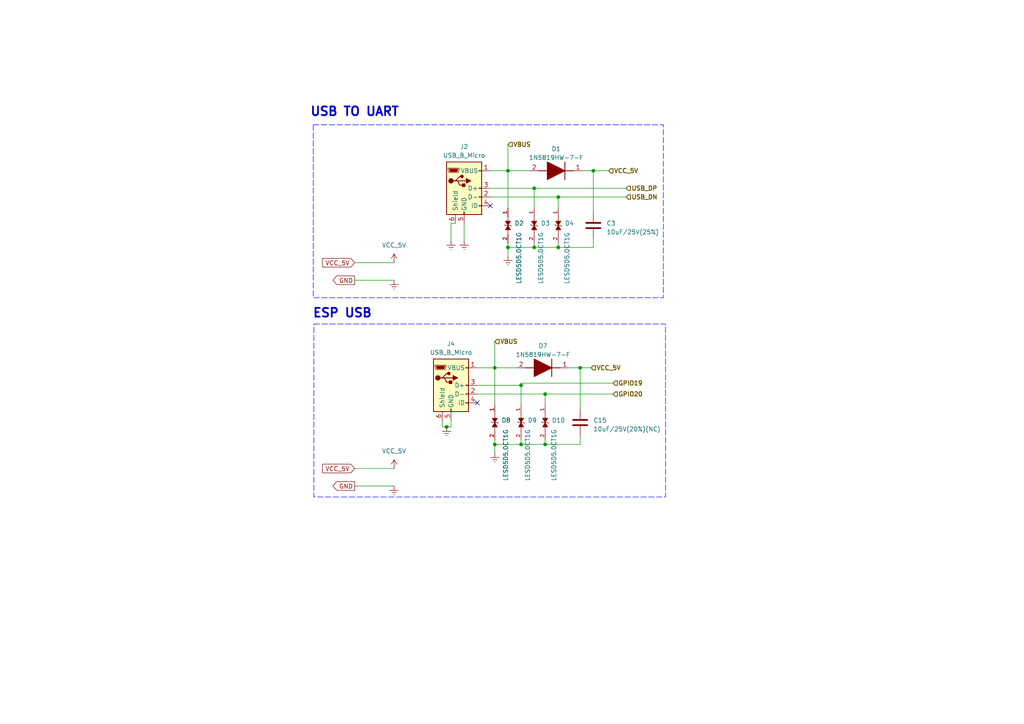
<source format=kicad_sch>
(kicad_sch (version 20231120) (generator "eeschema") (generator_version "8.0")
  (paper "A4")
  (title_block (title "ICARUS-2 OBDH") (date "2024-03-24") (rev "POC 2.0") (comment 2 "WILLIAN BUENO SANTOS") (comment 3 "ISRAEL RODRIGUES DUTRA") (comment 4 "ADRIANO CÉSAR DE SOUSA PEREIRA"))
  (lib_symbols
    (symbol "1N5819HW-7-F:1N5819HW-7-F" (pin_names hide)
      (property "Reference" "D" (at 11.43 5.08 0))
      (property "Value" "1N5819HW-7-F" (at 11.43 2.54 0))
      (symbol "1N5819HW-7-F_1_1"
        (polyline (pts (xy 2.54 0) (xy 5.08 0)) (stroke (width 0.254)))
        (polyline (pts (xy 5.08 2.54) (xy 5.08 -2.54)) (stroke (width 0.254)))
        (polyline (pts (xy 10.16 0) (xy 12.7 0)) (stroke (width 0.254)))
        (polyline (pts (xy 5.08 0) (xy 10.16 2.54) (xy 10.16 -2.54) (xy 5.08 0)) (stroke (width 0.254)) (fill (type outline)))
        (pin passive line (at 0 0 0) (length 2.54) (name "K") (number "1"))
        (pin passive line (at 15.24 0 180) (length 2.54) (name "A") (number "2"))
      )
    )
    (symbol "Connector:USB_B_Micro" (pin_names (offset 1.016))
      (property "Reference" "J2" (at 0 12.065 0))
      (property "Value" "USB_B_Micro" (at 0 9.525 0))
      (symbol "USB_B_Micro_0_1"
        (rectangle (start -5.08 -7.62) (end 5.08 7.62) (stroke (width 0.254)) (fill (type background)))
        (circle (center -3.81 2.159) (radius 0.635) (stroke (width 0.254)) (fill (type outline)))
        (circle (center -0.635 3.429) (radius 0.381) (stroke (width 0.254)) (fill (type outline)))
        (rectangle (start -0.127 -7.62) (end 0.127 -6.858))
        (polyline (pts (xy -1.905 2.159) (xy 0.635 2.159)) (stroke (width 0.254)))
        (polyline (pts (xy -3.175 2.159) (xy -2.54 2.159) (xy -1.27 3.429) (xy -0.635 3.429)) (stroke (width 0.254)))
        (polyline (pts (xy -2.54 2.159) (xy -1.905 2.159) (xy -1.27 0.889) (xy 0 0.889)) (stroke (width 0.254)))
        (polyline (pts (xy 0.635 2.794) (xy 0.635 1.524) (xy 1.905 2.159) (xy 0.635 2.794)) (stroke (width 0.254)) (fill (type outline)))
        (polyline (pts (xy -4.318 5.588) (xy -1.778 5.588) (xy -2.032 4.826) (xy -4.064 4.826) (xy -4.318 5.588)) (fill (type outline)))
        (polyline (pts (xy -4.699 5.842) (xy -4.699 5.588) (xy -4.445 4.826) (xy -4.445 4.572) (xy -1.651 4.572) (xy -1.651 4.826) (xy -1.397 5.588) (xy -1.397 5.842) (xy -4.699 5.842)))
        (rectangle (start 0.254 1.27) (end -0.508 0.508) (stroke (width 0.254)) (fill (type outline)))
        (rectangle (start 5.08 -5.207) (end 4.318 -4.953))
        (rectangle (start 5.08 -2.667) (end 4.318 -2.413))
        (rectangle (start 5.08 -0.127) (end 4.318 0.127))
        (rectangle (start 5.08 4.953) (end 4.318 5.207))
      )
      (symbol "USB_B_Micro_1_1"
        (pin power_out line (at 7.62 5.08 180) (length 2.54) (name "VBUS") (number "1"))
        (pin bidirectional line (at 7.62 -2.54 180) (length 2.54) (name "D-") (number "2"))
        (pin bidirectional line (at 7.62 0 180) (length 2.54) (name "D+") (number "3"))
        (pin passive line (at 7.62 -5.08 180) (length 2.54) (name "ID") (number "4"))
        (pin power_out line (at 0 -10.16 90) (length 2.54) (name "GND") (number "5"))
        (pin bidirectional line (at -2.54 -10.16 90) (length 2.54) (name "Shield") (number "6"))
      )
    )
    (symbol "Device:C" (pin_numbers hide) (pin_names (offset 0.254))
      (property "Reference" "C" (at 0.635 2.54 0))
      (property "Value" "C" (at 0.635 -2.54 0))
      (symbol "C_0_1"
        (polyline (pts (xy -2.032 -0.762) (xy 2.032 -0.762)) (stroke (width 0.508)))
        (polyline (pts (xy -2.032 0.762) (xy 2.032 0.762)) (stroke (width 0.508)))
      )
      (symbol "C_1_1"
        (pin passive line (at 0 3.81 270) (length 2.794) (name "~") (number "1"))
        (pin passive line (at 0 -3.81 90) (length 2.794) (name "~") (number "2"))
      )
    )
    (symbol "LESD5D5.0CT1G:LESD5D5.0CT1G" (pin_names (offset 1.016))
      (property "Reference" "D" (at -5.08 2.54 0))
      (property "Value" "LESD5D5.0CT1G" (at -5.08 -5.08 0))
      (symbol "LESD5D5.0CT1G_0_0"
        (polyline (pts (xy -1.27 0) (xy -2.54 0)) (stroke (width 0.1524)))
        (polyline (pts (xy 0 -0.762) (xy -0.254 -1.016)) (stroke (width 0.1524)))
        (polyline (pts (xy 0 -0.762) (xy 0 0.762)) (stroke (width 0.1524)))
        (polyline (pts (xy 0 0.762) (xy 0.254 1.016)) (stroke (width 0.1524)))
        (polyline (pts (xy 1.27 0) (xy 2.54 0)) (stroke (width 0.1524)))
        (polyline (pts (xy 0 0) (xy -1.27 -0.762) (xy -1.27 0.762) (xy 0 0)) (stroke (width 0.1524)) (fill (type outline)))
        (polyline (pts (xy 0 0) (xy 1.27 0.762) (xy 1.27 -0.762) (xy 0 0)) (stroke (width 0.1524)) (fill (type outline)))
        (pin passive line (at -5.08 0 0) (length 2.54) (name "~") (number "1"))
        (pin passive line (at 5.08 0 180) (length 2.54) (name "~") (number "2"))
      )
    )
    (symbol "USB_B_Micro_1" (pin_names (offset 1.016))
      (property "Reference" "J4" (at 0 12.065 0))
      (property "Value" "USB_B_Micro" (at 0 9.525 0))
      (symbol "USB_B_Micro_1_0_1"
        (rectangle (start -5.08 -7.62) (end 5.08 7.62) (stroke (width 0.254)) (fill (type background)))
        (circle (center -3.81 2.159) (radius 0.635) (stroke (width 0.254)) (fill (type outline)))
        (circle (center -0.635 3.429) (radius 0.381) (stroke (width 0.254)) (fill (type outline)))
        (rectangle (start -0.127 -7.62) (end 0.127 -6.858))
        (polyline (pts (xy -1.905 2.159) (xy 0.635 2.159)) (stroke (width 0.254)))
        (polyline (pts (xy -3.175 2.159) (xy -2.54 2.159) (xy -1.27 3.429) (xy -0.635 3.429)) (stroke (width 0.254)))
        (polyline (pts (xy -2.54 2.159) (xy -1.905 2.159) (xy -1.27 0.889) (xy 0 0.889)) (stroke (width 0.254)))
        (polyline (pts (xy 0.635 2.794) (xy 0.635 1.524) (xy 1.905 2.159) (xy 0.635 2.794)) (stroke (width 0.254)) (fill (type outline)))
        (polyline (pts (xy -4.318 5.588) (xy -1.778 5.588) (xy -2.032 4.826) (xy -4.064 4.826) (xy -4.318 5.588)) (fill (type outline)))
        (polyline (pts (xy -4.699 5.842) (xy -4.699 5.588) (xy -4.445 4.826) (xy -4.445 4.572) (xy -1.651 4.572) (xy -1.651 4.826) (xy -1.397 5.588) (xy -1.397 5.842) (xy -4.699 5.842)))
        (rectangle (start 0.254 1.27) (end -0.508 0.508) (stroke (width 0.254)) (fill (type outline)))
        (rectangle (start 5.08 -5.207) (end 4.318 -4.953))
        (rectangle (start 5.08 -2.667) (end 4.318 -2.413))
        (rectangle (start 5.08 -0.127) (end 4.318 0.127))
        (rectangle (start 5.08 4.953) (end 4.318 5.207))
      )
      (symbol "USB_B_Micro_1_1_1"
        (pin power_out line (at 7.62 5.08 180) (length 2.54) (name "VBUS") (number "1"))
        (pin bidirectional line (at 7.62 -2.54 180) (length 2.54) (name "D-") (number "2"))
        (pin bidirectional line (at 7.62 0 180) (length 2.54) (name "D+") (number "3"))
        (pin passive line (at 7.62 -5.08 180) (length 2.54) (name "ID") (number "4"))
        (pin power_out line (at 0 -10.16 90) (length 2.54) (name "GND") (number "5"))
        (pin passive line (at -2.54 -10.16 90) (length 2.54) (name "Shield") (number "6"))
      )
    )
    (symbol "power:+5V" (power) (pin_numbers hide) (pin_names (offset 0) hide)
      (property "Value" "+5V" (at 0 3.556 0))
      (symbol "+5V_0_1"
        (polyline (pts (xy -0.762 1.27) (xy 0 2.54)))
        (polyline (pts (xy 0 0) (xy 0 2.54)))
        (polyline (pts (xy 0 2.54) (xy 0.762 1.27)))
      )
      (symbol "+5V_1_1"
        (pin power_in line (at 0 0 90) (length 0) (name "~") (number "1"))
      )
    )
    (symbol "power:Earth" (power) (pin_names (offset 0))
      (symbol "Earth_0_1"
        (polyline (pts (xy -0.635 -1.905) (xy 0.635 -1.905)))
        (polyline (pts (xy -0.127 -2.54) (xy 0.127 -2.54)))
        (polyline (pts (xy 0 -1.27) (xy 0 0)))
        (polyline (pts (xy 1.27 -1.27) (xy -1.27 -1.27)))
      )
      (symbol "Earth_1_1"
        (pin power_in line (at 0 0 270) (length 0) hide (name "Earth") (number "1"))
      )
    )
  )
  (junction (at 168.275 106.68))
  (junction (at 161.925 57.15))
  (junction (at 154.94 71.755))
  (junction (at 151.13 111.76))
  (junction (at 129.54 123.825))
  (junction (at 158.115 114.3))
  (junction (at 147.32 49.53))
  (junction (at 154.94 54.61))
  (junction (at 143.51 128.905))
  (junction (at 151.13 128.905))
  (junction (at 158.115 128.905))
  (junction (at 143.51 106.68))
  (junction (at 161.925 71.755))
  (junction (at 172.085 49.53))
  (junction (at 147.32 71.755))
  (no_connect (at 142.24 59.69))
  (no_connect (at 138.43 116.84))
  (wire (pts (xy 130.81 69.85) (xy 130.81 64.77)))
  (wire (pts (xy 130.81 64.77) (xy 132.08 64.77)))
  (wire (pts (xy 172.085 71.755) (xy 161.925 71.755)))
  (wire (pts (xy 171.45 106.68) (xy 168.275 106.68)))
  (wire (pts (xy 151.13 127.635) (xy 151.13 128.905)))
  (wire (pts (xy 143.51 106.68) (xy 143.51 117.475)))
  (wire (pts (xy 168.275 106.68) (xy 168.275 118.745)))
  (wire (pts (xy 168.275 106.68) (xy 165.1 106.68)))
  (wire (pts (xy 130.81 123.825) (xy 129.54 123.825)))
  (wire (pts (xy 149.86 106.68) (xy 143.51 106.68)))
  (wire (pts (xy 128.27 121.92) (xy 128.27 123.825)))
  (wire (pts (xy 147.32 49.53) (xy 147.32 60.325)))
  (wire (pts (xy 172.085 49.53) (xy 168.91 49.53)))
  (wire (pts (xy 151.13 111.125) (xy 177.8 111.125)))
  (wire (pts (xy 151.13 128.905) (xy 158.115 128.905)))
  (wire (pts (xy 147.32 49.53) (xy 153.67 49.53)))
  (wire (pts (xy 143.51 106.68) (xy 138.43 106.68)))
  (wire (pts (xy 102.87 81.28) (xy 114.3 81.28)))
  (wire (pts (xy 138.43 111.76) (xy 151.13 111.76)))
  (wire (pts (xy 130.81 121.92) (xy 130.81 123.825)))
  (wire (pts (xy 161.925 60.325) (xy 161.925 57.15)))
  (wire (pts (xy 172.085 69.215) (xy 172.085 71.755)))
  (wire (pts (xy 138.43 114.3) (xy 158.115 114.3)))
  (wire (pts (xy 142.24 54.61) (xy 154.94 54.61)))
  (wire (pts (xy 128.27 123.825) (xy 129.54 123.825)))
  (wire (pts (xy 143.51 127.635) (xy 143.51 128.905)))
  (wire (pts (xy 172.085 49.53) (xy 172.085 61.595)))
  (wire (pts (xy 172.085 49.53) (xy 176.53 49.53)))
  (wire (pts (xy 147.32 71.755) (xy 147.32 74.295)))
  (wire (pts (xy 147.32 70.485) (xy 147.32 71.755)))
  (wire (pts (xy 154.94 71.755) (xy 161.925 71.755)))
  (wire (pts (xy 161.925 70.485) (xy 161.925 71.755)))
  (wire (pts (xy 151.13 111.76) (xy 151.13 117.475)))
  (wire (pts (xy 151.13 128.905) (xy 143.51 128.905)))
  (wire (pts (xy 147.32 41.91) (xy 147.32 49.53)))
  (wire (pts (xy 143.51 128.905) (xy 143.51 131.445)))
  (wire (pts (xy 158.115 117.475) (xy 158.115 114.3)))
  (wire (pts (xy 151.13 111.125) (xy 151.13 111.76)))
  (wire (pts (xy 168.275 126.365) (xy 168.275 128.905)))
  (wire (pts (xy 158.115 127.635) (xy 158.115 128.905)))
  (wire (pts (xy 102.87 135.89) (xy 114.3 135.89)))
  (wire (pts (xy 154.94 54.61) (xy 181.61 54.61)))
  (wire (pts (xy 154.94 71.755) (xy 147.32 71.755)))
  (wire (pts (xy 154.94 70.485) (xy 154.94 71.755)))
  (wire (pts (xy 102.87 76.2) (xy 114.3 76.2)))
  (wire (pts (xy 158.115 114.3) (xy 177.8 114.3)))
  (wire (pts (xy 134.62 64.77) (xy 134.62 69.85)))
  (wire (pts (xy 168.275 128.905) (xy 158.115 128.905)))
  (wire (pts (xy 143.51 99.06) (xy 143.51 106.68)))
  (wire (pts (xy 161.925 57.15) (xy 181.61 57.15)))
  (wire (pts (xy 147.32 49.53) (xy 142.24 49.53)))
  (wire (pts (xy 154.94 54.61) (xy 154.94 60.325)))
  (wire (pts (xy 102.87 140.97) (xy 114.3 140.97)))
  (wire (pts (xy 142.24 57.15) (xy 161.925 57.15)))
  (rectangle (start 91.0336 93.98) (end 193.04 144.145) (stroke (width 0) (type dash) (color 0 0 255 1)))
  (rectangle (start 90.8558 36.195) (end 192.405 86.36) (stroke (width 0) (type dash) (color 0 0 255 1)))
  (text "USB TO UART" (at 102.87 32.512 0) (effects (font (size 2.54 2.54) (bold yes))))
  (text "ESP USB" (at 99.314 90.932 0) (effects (font (size 2.54 2.54) (bold yes))))
  (global_label "GND" (shape output) (at 102.87 81.28 180) (property "Intersheetrefs" "${INTERSHEET_REFS}" (effects (hide yes))))
  (global_label "VCC_5V" (shape input) (at 102.87 76.2 180) (property "Intersheetrefs" "${INTERSHEET_REFS}" (effects (hide yes))))
  (global_label "VCC_5V" (shape input) (at 102.87 135.89 180) (property "Intersheetrefs" "${INTERSHEET_REFS}" (effects (hide yes))))
  (global_label "GND" (shape output) (at 102.87 140.97 180) (property "Intersheetrefs" "${INTERSHEET_REFS}" (effects (hide yes))))
  (hierarchical_label "VBUS" (shape input) (at 143.51 99.06 0) (effects (font (bold yes))))
  (hierarchical_label "GPIO20" (shape input) (at 177.8 114.3 0) (effects (font (bold yes))))
  (hierarchical_label "VCC_5V" (shape input) (at 171.45 106.68 0) (effects (font (bold yes))))
  (hierarchical_label "VBUS" (shape input) (at 147.32 41.91 0) (effects (font (bold yes))))
  (hierarchical_label "VCC_5V" (shape input) (at 176.53 49.53 0) (effects (font (bold yes))))
  (hierarchical_label "USB_DN" (shape input) (at 181.61 57.15 0) (effects (font (bold yes))))
  (hierarchical_label "USB_DP" (shape input) (at 181.61 54.61 0) (effects (font (bold yes))))
  (hierarchical_label "GPIO19" (shape input) (at 177.8 111.125 0) (effects (font (bold yes))))
  (symbol (lib_id "power:Earth") (at 143.51 131.445 0) (unit 1)
    (property "Reference" "#PWR09" (effects (hide yes)))
    (property "Value" "Earth" (effects (hide yes)))
  )
  (symbol (lib_id "power:Earth") (at 130.81 69.85 0) (unit 1)
    (property "Reference" "#PWR050" (effects (hide yes)))
    (property "Value" "Earth" (effects (hide yes)))
  )
  (symbol (lib_id "power:Earth") (at 114.3 140.97 0) (unit 1)
    (property "Reference" "#PWR044" (effects (hide yes)))
    (property "Value" "Earth" (effects (hide yes)))
  )
  (symbol (lib_id "power:Earth") (at 147.32 74.295 0) (unit 1)
    (property "Reference" "#PWR07" (effects (hide yes)))
    (property "Value" "Earth" (effects (hide yes)))
  )
  (symbol (lib_id "power:Earth") (at 114.3 81.28 0) (unit 1)
    (property "Reference" "#PWR049" (effects (hide yes)))
    (property "Value" "Earth" (effects (hide yes)))
  )
  (symbol (lib_id "LESD5D5.0CT1G:LESD5D5.0CT1G") (at 161.925 65.405 270) (unit 1)
    (property "Reference" "D4" (at 163.83 64.77 90) (effects (justify left)))
    (property "Value" "LESD5D5.0CT1G" (at 164.465 67.31 0) (effects (justify left)))
    (property "Footprint" "TVS_LESD5D5.0CT1G:TVS_LESD5D5.0CT1G" (effects (hide yes)))
    (property "Datasheet" "https://www.snapeda.com/parts/LESD5D5.0CT1G/Leshan%20Radio%20Co./datasheet/" (effects (hide yes)))
    (property "Description" "\nTransient Voltage Suppressors for ESD Protection\n" (effects (hide yes)))
    (property "MF" "Leshan Radio Co." (effects (hide yes)))
    (property "MAXIMUM_PACKAGE_HEIGHT" "0.7 mm" (effects (hide yes)))
    (property "Package" "None" (effects (hide yes)))
    (property "Price" "None" (effects (hide yes)))
    (property "Check_prices" "https://www.snapeda.com/parts/LESD5D5.0CT1G/Leshan+Radio+Co./view-part/?ref=eda" (effects (hide yes)))
    (property "STANDARD" "Manufacturer Recommendations" (effects (hide yes)))
    (property "PARTREV" "O" (effects (hide yes)))
    (property "SnapEDA_Link" "https://www.snapeda.com/parts/LESD5D5.0CT1G/Leshan+Radio+Co./view-part/?ref=snap" (effects (hide yes)))
    (property "MP" "LESD5D5.0CT1G" (effects (hide yes)))
    (property "Availability" "Not in stock" (effects (hide yes)))
    (property "MANUFACTURER" "LRC" (effects (hide yes)))
  )
  (symbol (lib_id "LESD5D5.0CT1G:LESD5D5.0CT1G") (at 154.94 65.405 270) (unit 1)
    (property "Reference" "D3" (at 156.845 64.77 90) (effects (justify left)))
    (property "Value" "LESD5D5.0CT1G" (at 156.845 67.31 0) (effects (justify left)))
    (property "Footprint" "TVS_LESD5D5.0CT1G:TVS_LESD5D5.0CT1G" (effects (hide yes)))
    (property "Datasheet" "https://www.snapeda.com/parts/LESD5D5.0CT1G/Leshan%20Radio%20Co./datasheet/" (effects (hide yes)))
    (property "Description" "\nTransient Voltage Suppressors for ESD Protection\n" (effects (hide yes)))
    (property "MF" "Leshan Radio Co." (effects (hide yes)))
    (property "MAXIMUM_PACKAGE_HEIGHT" "0.7 mm" (effects (hide yes)))
    (property "Package" "None" (effects (hide yes)))
    (property "Price" "None" (effects (hide yes)))
    (property "Check_prices" "https://www.snapeda.com/parts/LESD5D5.0CT1G/Leshan+Radio+Co./view-part/?ref=eda" (effects (hide yes)))
    (property "STANDARD" "Manufacturer Recommendations" (effects (hide yes)))
    (property "PARTREV" "O" (effects (hide yes)))
    (property "SnapEDA_Link" "https://www.snapeda.com/parts/LESD5D5.0CT1G/Leshan+Radio+Co./view-part/?ref=snap" (effects (hide yes)))
    (property "MP" "LESD5D5.0CT1G" (effects (hide yes)))
    (property "Availability" "Not in stock" (effects (hide yes)))
    (property "MANUFACTURER" "LRC" (effects (hide yes)))
  )
  (symbol (lib_name "USB_B_Micro_1") (lib_id "Connector:USB_B_Micro") (at 130.81 111.76 0) (unit 1)
    (property "Reference" "J4" (at 130.81 99.695 0))
    (property "Value" "USB_B_Micro" (at 130.81 102.235 0))
    (property "Footprint" "Connector_USB:USB_Micro-AB_Molex_47590-0001" (effects (hide yes)))
  )
  (symbol (lib_id "power:Earth") (at 129.54 123.825 0) (unit 1)
    (property "Reference" "#PWR08" (effects (hide yes)))
    (property "Value" "Earth" (effects (hide yes)))
  )
  (symbol (lib_id "power:+5V") (at 114.3 76.2 0) (unit 1)
    (property "Reference" "#PWR045" (effects (hide yes)))
    (property "Value" "VCC_5V" (at 114.3 71.12 0))
    (property "Description" "Power symbol creates a global label with name \"+5V\"" (effects (hide yes)))
  )
  (symbol (lib_id "LESD5D5.0CT1G:LESD5D5.0CT1G") (at 151.13 122.555 270) (unit 1)
    (property "Reference" "D9" (at 153.035 121.92 90) (effects (justify left)))
    (property "Value" "LESD5D5.0CT1G" (at 153.035 124.46 0) (effects (justify left)))
    (property "Footprint" "TVS_LESD5D5.0CT1G:TVS_LESD5D5.0CT1G" (effects (hide yes)))
    (property "Datasheet" "https://www.snapeda.com/parts/LESD5D5.0CT1G/Leshan%20Radio%20Co./datasheet/" (effects (hide yes)))
    (property "Description" "\nTransient Voltage Suppressors for ESD Protection\n" (effects (hide yes)))
    (property "MF" "Leshan Radio Co." (effects (hide yes)))
    (property "MAXIMUM_PACKAGE_HEIGHT" "0.7 mm" (effects (hide yes)))
    (property "Package" "None" (effects (hide yes)))
    (property "Price" "None" (effects (hide yes)))
    (property "Check_prices" "https://www.snapeda.com/parts/LESD5D5.0CT1G/Leshan+Radio+Co./view-part/?ref=eda" (effects (hide yes)))
    (property "STANDARD" "Manufacturer Recommendations" (effects (hide yes)))
    (property "PARTREV" "O" (effects (hide yes)))
    (property "SnapEDA_Link" "https://www.snapeda.com/parts/LESD5D5.0CT1G/Leshan+Radio+Co./view-part/?ref=snap" (effects (hide yes)))
    (property "MP" "LESD5D5.0CT1G" (effects (hide yes)))
    (property "Availability" "Not in stock" (effects (hide yes)))
    (property "MANUFACTURER" "LRC" (effects (hide yes)))
  )
  (symbol (lib_id "LESD5D5.0CT1G:LESD5D5.0CT1G") (at 143.51 122.555 270) (unit 1)
    (property "Reference" "D8" (at 145.415 121.92 90) (effects (justify left)))
    (property "Value" "LESD5D5.0CT1G" (at 146.685 124.46 0) (effects (justify left)))
    (property "Footprint" "TVS_LESD5D5.0CT1G:TVS_LESD5D5.0CT1G" (effects (hide yes)))
    (property "Datasheet" "https://www.snapeda.com/parts/LESD5D5.0CT1G/Leshan%20Radio%20Co./datasheet/" (effects (hide yes)))
    (property "Description" "\nTransient Voltage Suppressors for ESD Protection\n" (effects (hide yes)))
    (property "MF" "Leshan Radio Co." (effects (hide yes)))
    (property "MAXIMUM_PACKAGE_HEIGHT" "0.7 mm" (effects (hide yes)))
    (property "Package" "None" (effects (hide yes)))
    (property "Price" "None" (effects (hide yes)))
    (property "Check_prices" "https://www.snapeda.com/parts/LESD5D5.0CT1G/Leshan+Radio+Co./view-part/?ref=eda" (effects (hide yes)))
    (property "STANDARD" "Manufacturer Recommendations" (effects (hide yes)))
    (property "PARTREV" "O" (effects (hide yes)))
    (property "SnapEDA_Link" "https://www.snapeda.com/parts/LESD5D5.0CT1G/Leshan+Radio+Co./view-part/?ref=snap" (effects (hide yes)))
    (property "MP" "LESD5D5.0CT1G" (effects (hide yes)))
    (property "Availability" "Not in stock" (effects (hide yes)))
    (property "MANUFACTURER" "LRC" (effects (hide yes)))
  )
  (symbol (lib_id "power:Earth") (at 134.62 69.85 0) (unit 1)
    (property "Reference" "#PWR03" (effects (hide yes)))
    (property "Value" "Earth" (effects (hide yes)))
  )
  (symbol (lib_id "Device:C") (at 172.085 65.405 0) (unit 1)
    (property "Reference" "C3" (at 175.895 64.77 0) (effects (justify left)))
    (property "Value" "10uF/25V(25%)" (at 175.895 67.31 0) (effects (justify left)))
    (property "Footprint" "Capacitor_SMD:C_0402_1005Metric" (effects (hide yes)))
  )
  (symbol (lib_id "power:+5V") (at 114.3 135.89 0) (unit 1)
    (property "Reference" "#PWR043" (effects (hide yes)))
    (property "Value" "VCC_5V" (at 114.3 130.81 0))
    (property "Description" "Power symbol creates a global label with name \"+5V\"" (effects (hide yes)))
  )
  (symbol (lib_id "Connector:USB_B_Micro") (at 134.62 54.61 0) (unit 1)
    (property "Reference" "J2" (at 134.62 42.545 0))
    (property "Value" "USB_B_Micro" (at 134.62 45.085 0))
    (property "Footprint" "Connector_USB:USB_Micro-AB_Molex_47590-0001" (effects (hide yes)))
  )
  (symbol (lib_id "LESD5D5.0CT1G:LESD5D5.0CT1G") (at 147.32 65.405 270) (unit 1)
    (property "Reference" "D2" (at 149.225 64.77 90) (effects (justify left)))
    (property "Value" "LESD5D5.0CT1G" (at 150.495 67.31 0) (effects (justify left)))
    (property "Footprint" "TVS_LESD5D5.0CT1G:TVS_LESD5D5.0CT1G" (effects (hide yes)))
    (property "Datasheet" "https://www.snapeda.com/parts/LESD5D5.0CT1G/Leshan%20Radio%20Co./datasheet/" (effects (hide yes)))
    (property "Description" "\nTransient Voltage Suppressors for ESD Protection\n" (effects (hide yes)))
    (property "MF" "Leshan Radio Co." (effects (hide yes)))
    (property "MAXIMUM_PACKAGE_HEIGHT" "0.7 mm" (effects (hide yes)))
    (property "Package" "None" (effects (hide yes)))
    (property "Price" "None" (effects (hide yes)))
    (property "Check_prices" "https://www.snapeda.com/parts/LESD5D5.0CT1G/Leshan+Radio+Co./view-part/?ref=eda" (effects (hide yes)))
    (property "STANDARD" "Manufacturer Recommendations" (effects (hide yes)))
    (property "PARTREV" "O" (effects (hide yes)))
    (property "SnapEDA_Link" "https://www.snapeda.com/parts/LESD5D5.0CT1G/Leshan+Radio+Co./view-part/?ref=snap" (effects (hide yes)))
    (property "MP" "LESD5D5.0CT1G" (effects (hide yes)))
    (property "Availability" "Not in stock" (effects (hide yes)))
    (property "MANUFACTURER" "LRC" (effects (hide yes)))
  )
  (symbol (lib_id "1N5819HW-7-F:1N5819HW-7-F") (at 165.1 106.68 180) (unit 1)
    (property "Reference" "D7" (at 157.48 100.33 0))
    (property "Value" "1N5819HW-7-F" (at 157.48 102.87 0))
    (property "Footprint" "SOD3716X145N:SOD3716X145N" (effects (hide yes)))
    (property "Datasheet" "https://datasheet.datasheetarchive.com/originals/distributors/Datasheets-DGA23/1390892.pdf" (effects (hide yes)))
    (property "Height" "1.45" (effects (hide yes)))
    (property "Mouser Part Number" "621-1N5819HW-F" (effects (hide yes)))
    (property "Mouser Price/Stock" "https://www.mouser.co.uk/ProductDetail/Diodes-Incorporated/1N5819HW-7-F?qs=NQ47qNm99eDyWTEd07miYA%3D%3D" (effects (hide yes)))
    (property "Manufacturer_Name" "Diodes Incorporated" (effects (hide yes)))
    (property "Manufacturer_Part_Number" "1N5819HW-7-F" (effects (hide yes)))
  )
  (symbol (lib_id "1N5819HW-7-F:1N5819HW-7-F") (at 168.91 49.53 180) (unit 1)
    (property "Reference" "D1" (at 161.29 43.18 0))
    (property "Value" "1N5819HW-7-F" (at 161.29 45.72 0))
    (property "Footprint" "SOD3716X145N:SOD3716X145N" (effects (hide yes)))
    (property "Datasheet" "https://datasheet.datasheetarchive.com/originals/distributors/Datasheets-DGA23/1390892.pdf" (effects (hide yes)))
    (property "Height" "1.45" (effects (hide yes)))
    (property "Mouser Part Number" "621-1N5819HW-F" (effects (hide yes)))
    (property "Mouser Price/Stock" "https://www.mouser.co.uk/ProductDetail/Diodes-Incorporated/1N5819HW-7-F?qs=NQ47qNm99eDyWTEd07miYA%3D%3D" (effects (hide yes)))
    (property "Manufacturer_Name" "Diodes Incorporated" (effects (hide yes)))
    (property "Manufacturer_Part_Number" "1N5819HW-7-F" (effects (hide yes)))
  )
  (symbol (lib_id "Device:C") (at 168.275 122.555 0) (unit 1)
    (property "Reference" "C15" (at 172.085 121.92 0) (effects (justify left)))
    (property "Value" "10uF/25V(20%)(NC)" (at 172.085 124.46 0) (effects (justify left)))
    (property "Footprint" "Capacitor_SMD:C_0402_1005Metric" (effects (hide yes)))
  )
  (symbol (lib_id "LESD5D5.0CT1G:LESD5D5.0CT1G") (at 158.115 122.555 270) (unit 1)
    (property "Reference" "D10" (at 160.02 121.92 90) (effects (justify left)))
    (property "Value" "LESD5D5.0CT1G" (at 160.655 124.46 0) (effects (justify left)))
    (property "Footprint" "TVS_LESD5D5.0CT1G:TVS_LESD5D5.0CT1G" (effects (hide yes)))
    (property "Datasheet" "https://www.snapeda.com/parts/LESD5D5.0CT1G/Leshan%20Radio%20Co./datasheet/" (effects (hide yes)))
    (property "Description" "\nTransient Voltage Suppressors for ESD Protection\n" (effects (hide yes)))
    (property "MF" "Leshan Radio Co." (effects (hide yes)))
    (property "MAXIMUM_PACKAGE_HEIGHT" "0.7 mm" (effects (hide yes)))
    (property "Package" "None" (effects (hide yes)))
    (property "Price" "None" (effects (hide yes)))
    (property "Check_prices" "https://www.snapeda.com/parts/LESD5D5.0CT1G/Leshan+Radio+Co./view-part/?ref=eda" (effects (hide yes)))
    (property "STANDARD" "Manufacturer Recommendations" (effects (hide yes)))
    (property "PARTREV" "O" (effects (hide yes)))
    (property "SnapEDA_Link" "https://www.snapeda.com/parts/LESD5D5.0CT1G/Leshan+Radio+Co./view-part/?ref=snap" (effects (hide yes)))
    (property "MP" "LESD5D5.0CT1G" (effects (hide yes)))
    (property "Availability" "Not in stock" (effects (hide yes)))
    (property "MANUFACTURER" "LRC" (effects (hide yes)))
  )
)
</source>
